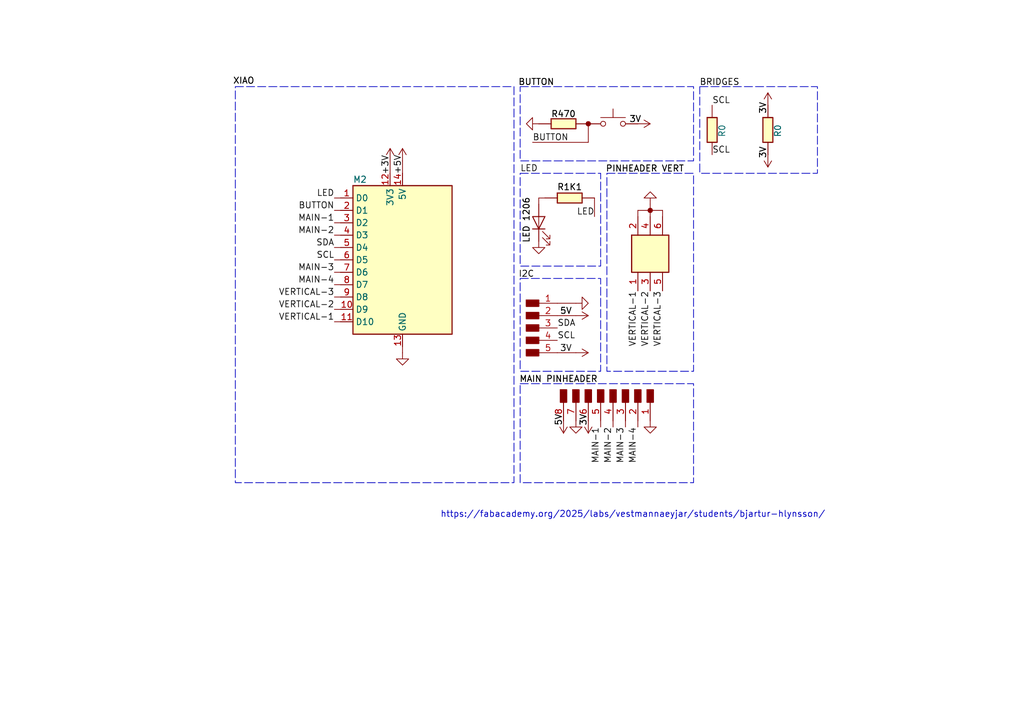
<source format=kicad_sch>
(kicad_sch (version 20250114) (generator "eeschema") (generator_version "9.0")
  (paper "A5")
  (title_block (title "The Puffling Board") (date "2025-03-04") (rev "Version 1.0") (company "Bjartur Leó Hlynsson"))
  (lib_symbols
    (symbol "fab:LED_1206" (pin_numbers (hide yes)) (pin_names (offset 1.016) (hide yes))
      (property "Reference" "D" (at 0 2.54 0))
      (property "Value" "LED_1206" (at 0 -2.54 0))
      (symbol "LED_1206_0_1"
        (polyline (pts (xy -3.048 -0.762) (xy -4.572 -2.286) (xy -3.81 -2.286) (xy -4.572 -2.286) (xy -4.572 -1.524)))
        (polyline (pts (xy -1.778 -0.762) (xy -3.302 -2.286) (xy -2.54 -2.286) (xy -3.302 -2.286) (xy -3.302 -1.524)))
        (polyline (pts (xy -1.27 0) (xy 1.27 0)))
        (polyline (pts (xy -1.27 -1.27) (xy -1.27 1.27)) (stroke (width 0.2032)))
        (polyline (pts (xy 1.27 -1.27) (xy 1.27 1.27) (xy -1.27 0) (xy 1.27 -1.27)) (stroke (width 0.2032)))
      )
      (symbol "LED_1206_1_1"
        (pin passive line (at -3.81 0 0) (length 2.54) (name "K") (number "1"))
        (pin passive line (at 3.81 0 180) (length 2.54) (name "A") (number "2"))
      )
    )
    (symbol "fab:Module_XIAO_Generic_SocketSMD"
      (property "Reference" "M" (at -10.16 16.51 0))
      (property "Value" "Module_XIAO_Generic_SocketSMD" (at 1.27 16.51 0))
      (symbol "Module_XIAO_Generic_SocketSMD_1_1"
        (rectangle (start -10.16 15.24) (end 10.16 -15.24) (stroke (width 0.254)) (fill (type background)))
        (pin bidirectional line (at -12.7 12.7 0) (length 2.54) (name "D0") (number "1"))
        (pin bidirectional line (at -12.7 10.16 0) (length 2.54) (name "D1") (number "2"))
        (pin bidirectional line (at -12.7 7.62 0) (length 2.54) (name "D2") (number "3"))
        (pin bidirectional line (at -12.7 5.08 0) (length 2.54) (name "D3") (number "4"))
        (pin bidirectional line (at -12.7 2.54 0) (length 2.54) (name "D4") (number "5"))
        (pin bidirectional line (at -12.7 0 0) (length 2.54) (name "D5") (number "6"))
        (pin bidirectional line (at -12.7 -2.54 0) (length 2.54) (name "D6") (number "7"))
        (pin bidirectional line (at -12.7 -5.08 0) (length 2.54) (name "D7") (number "8"))
        (pin bidirectional line (at -12.7 -7.62 0) (length 2.54) (name "D8") (number "9"))
        (pin bidirectional line (at -12.7 -10.16 0) (length 2.54) (name "D9") (number "10"))
        (pin bidirectional line (at -12.7 -12.7 0) (length 2.54) (name "D10") (number "11"))
        (pin power_in line (at -2.54 17.78 270) (length 2.54) (name "3V3") (number "12"))
        (pin power_in line (at 0 17.78 270) (length 2.54) (name "5V") (number "14"))
        (pin power_in line (at 0 -17.78 90) (length 2.54) (name "GND") (number "13"))
      )
    )
    (symbol "fab:PWR_3V3" (power) (pin_names (offset 0))
      (property "Value" "PWR_3V3" (at 0 3.556 0))
      (symbol "PWR_3V3_0_1"
        (polyline (pts (xy -0.762 1.27) (xy 0 2.54)))
        (polyline (pts (xy 0 2.54) (xy 0.762 1.27)))
        (polyline (pts (xy 0 0) (xy 0 2.54)))
      )
      (symbol "PWR_3V3_1_1"
        (pin power_in line (at 0 0 90) (length 0) (hide yes) (name "PWR_3V3") (number "1"))
      )
    )
    (symbol "fab:PWR_5V" (power) (pin_names (offset 0))
      (property "Value" "PWR_5V" (at 0 3.556 0))
      (symbol "PWR_5V_0_1"
        (polyline (pts (xy -0.762 1.27) (xy 0 2.54)))
        (polyline (pts (xy 0 2.54) (xy 0.762 1.27)))
        (polyline (pts (xy 0 0) (xy 0 2.54)))
      )
      (symbol "PWR_5V_1_1"
        (pin power_in line (at 0 0 90) (length 0) (hide yes) (name "PWR_5V") (number "1"))
      )
    )
    (symbol "fab:PWR_GND" (power) (pin_names (offset 0))
      (property "Value" "PWR_GND" (at 0 -3.81 0))
      (symbol "PWR_GND_0_1"
        (polyline (pts (xy 0 0) (xy 0 -1.27) (xy 1.27 -1.27) (xy 0 -2.54) (xy -1.27 -1.27) (xy 0 -1.27)))
      )
      (symbol "PWR_GND_1_1"
        (pin power_in line (at 0 0 270) (length 0) (hide yes) (name "PWR_GND") (number "1"))
      )
    )
    (symbol "fab:PinHeader_01x05_P2.54mm_Horizontal_SMD" (pin_names (hide yes))
      (property "Reference" "J" (at 0 7.62 0))
      (property "Value" "PinHeader_01x05_P2.54mm_Horizontal_SMD" (at 0 -7.62 0))
      (symbol "PinHeader_01x05_P2.54mm_Horizontal_SMD_1_1"
        (rectangle (start -1.27 5.715) (end 1.27 4.445) (stroke (width 0.254)) (fill (type outline)))
        (rectangle (start -1.27 3.175) (end 1.27 1.905) (stroke (width 0.254)) (fill (type outline)))
        (rectangle (start -1.27 0.635) (end 1.27 -0.635) (stroke (width 0.254)) (fill (type outline)))
        (rectangle (start -1.27 -1.905) (end 1.27 -3.175) (stroke (width 0.254)) (fill (type outline)))
        (rectangle (start -1.27 -4.445) (end 1.27 -5.715) (stroke (width 0.254)) (fill (type outline)))
        (pin passive line (at 5.08 5.08 180) (length 3.81) (name "Pin_1") (number "1"))
        (pin passive line (at 5.08 2.54 180) (length 3.81) (name "Pin_2") (number "2"))
        (pin passive line (at 5.08 0 180) (length 3.81) (name "Pin_3") (number "3"))
        (pin passive line (at 5.08 -2.54 180) (length 3.81) (name "Pin_4") (number "4"))
        (pin passive line (at 5.08 -5.08 180) (length 3.81) (name "Pin_5") (number "5"))
      )
    )
    (symbol "fab:PinHeader_01x08_P2.54mm_Horizontal_SMD" (pin_names (hide yes))
      (property "Reference" "J" (at 0 10.16 0))
      (property "Value" "PinHeader_01x08_P2.54mm_Horizontal_SMD" (at 0 -12.7 0))
      (symbol "PinHeader_01x08_P2.54mm_Horizontal_SMD_1_1"
        (rectangle (start -1.27 8.255) (end 1.27 6.985) (stroke (width 0.254)) (fill (type outline)))
        (rectangle (start -1.27 5.715) (end 1.27 4.445) (stroke (width 0.254)) (fill (type outline)))
        (rectangle (start -1.27 3.175) (end 1.27 1.905) (stroke (width 0.254)) (fill (type outline)))
        (rectangle (start -1.27 0.635) (end 1.27 -0.635) (stroke (width 0.254)) (fill (type outline)))
        (rectangle (start -1.27 -1.905) (end 1.27 -3.175) (stroke (width 0.254)) (fill (type outline)))
        (rectangle (start -1.27 -4.445) (end 1.27 -5.715) (stroke (width 0.254)) (fill (type outline)))
        (rectangle (start -1.27 -6.985) (end 1.27 -8.255) (stroke (width 0.254)) (fill (type outline)))
        (rectangle (start -1.27 -9.525) (end 1.27 -10.795) (stroke (width 0.254)) (fill (type outline)))
        (pin passive line (at 5.08 7.62 180) (length 3.81) (name "Pin_1") (number "1"))
        (pin passive line (at 5.08 5.08 180) (length 3.81) (name "Pin_2") (number "2"))
        (pin passive line (at 5.08 2.54 180) (length 3.81) (name "Pin_3") (number "3"))
        (pin passive line (at 5.08 0 180) (length 3.81) (name "Pin_4") (number "4"))
        (pin passive line (at 5.08 -2.54 180) (length 3.81) (name "Pin_5") (number "5"))
        (pin passive line (at 5.08 -5.08 180) (length 3.81) (name "Pin_6") (number "6"))
        (pin passive line (at 5.08 -7.62 180) (length 3.81) (name "Pin_7") (number "7"))
        (pin passive line (at 5.08 -10.16 180) (length 3.81) (name "Pin_8") (number "8"))
      )
    )
    (symbol "fab:PinHeader_02x03_P2.54mm_Vertical_SMD" (pin_names (hide yes))
      (property "Reference" "J" (at 0 5.08 0))
      (property "Value" "PinHeader_02x03_P2.54mm_Vertical_SMD" (at 0 -5.08 0))
      (symbol "PinHeader_02x03_P2.54mm_Vertical_SMD_1_1"
        (rectangle (start -3.81 3.81) (end 3.81 -3.81) (stroke (width 0.254)) (fill (type background)))
        (pin passive line (at -7.62 2.54 0) (length 3.81) (name "Pin_1") (number "1"))
        (pin passive line (at -7.62 0 0) (length 3.81) (name "Pin_3") (number "3"))
        (pin passive line (at -7.62 -2.54 0) (length 3.81) (name "Pin_5") (number "5"))
        (pin passive line (at 7.62 2.54 180) (length 3.81) (name "Pin_2") (number "2"))
        (pin passive line (at 7.62 0 180) (length 3.81) (name "Pin_4") (number "4"))
        (pin passive line (at 7.62 -2.54 180) (length 3.81) (name "Pin_6") (number "6"))
      )
    )
    (symbol "fab:R_1206" (pin_numbers (hide yes)) (pin_names (offset 0))
      (property "Reference" "R" (at 2.54 0 90))
      (property "Value" "R_1206" (at -2.54 0 90))
      (symbol "R_1206_0_1"
        (rectangle (start -1.016 -2.54) (end 1.016 2.54) (stroke (width 0.254)) (fill (type background)))
      )
      (symbol "R_1206_1_1"
        (pin passive line (at 0 5.08 270) (length 2.54) (name "~") (number "1"))
        (pin passive line (at 0 -5.08 90) (length 2.54) (name "~") (number "2"))
      )
    )
    (symbol "fab:Switch_Tactile_Omron" (pin_numbers (hide yes)) (pin_names (offset 1.016) (hide yes))
      (property "Reference" "SW" (at 1.27 2.54 0))
      (property "Value" "Switch_Tactile_Omron" (at 0 -1.524 0))
      (symbol "Switch_Tactile_Omron_0_1"
        (circle (center -2.032 0) (radius 0.508))
        (polyline (pts (xy 0 1.27) (xy 0 3.048)))
        (circle (center 2.032 0) (radius 0.508))
        (polyline (pts (xy 2.54 1.27) (xy -2.54 1.27)))
        (pin passive line (at -5.08 0 0) (length 2.54) (name "1") (number "1"))
        (pin passive line (at 5.08 0 180) (length 2.54) (name "2") (number "2"))
      )
    )
  )
  (rectangle (start 106.68 78.74) (end 142.24 99.06) (stroke (width 0) (type dash)))
  (rectangle (start 106.68 35.56) (end 123.19 54.61) (stroke (width 0) (type dash)))
  (rectangle (start 48.26 17.78) (end 105.41 99.06) (stroke (width 0) (type dash)))
  (rectangle (start 124.46 35.56) (end 142.24 76.2) (stroke (width 0) (type dash)))
  (rectangle (start 143.51 17.78) (end 167.64 35.56) (stroke (width 0) (type dash)))
  (rectangle (start 106.68 57.15) (end 123.19 76.2) (stroke (width 0) (type dash)))
  (rectangle (start 106.68 17.78) (end 142.24 33.02) (stroke (width 0) (type dash)))
  (text "+3V" (at 78.994 34.036 90) (effects (font (size 1.27 1.27))))
  (text "https://fabacademy.org/2025/labs/vestmannaeyjar/students/bjartur-hlynsson/" (at 129.794 105.664 0) (effects (font (size 1.27 1.27))))
  (text "+5V" (at 81.534 33.9685 90) (effects (font (size 1.27 1.27))))
  (text "BRIDGES\n\n" (at 147.574 18.034 0) (effects (font (size 1.27 1.27))))
  (junction (at 120.65 25.4) (color 132 0 0 1))
  (junction (at 133.35 43.18) (color 132 0 0 1))
  (wire (pts (xy 128.27 87.63) (xy 128.27 86.36)) (stroke (width 0) (color 132 0 0 1)))
  (wire (pts (xy 135.89 44.45) (xy 135.89 43.18)) (stroke (width 0) (color 132 0 0 1)))
  (wire (pts (xy 109.22 29.21) (xy 120.65 29.21)) (stroke (width 0) (color 132 0 0 1)))
  (wire (pts (xy 130.81 43.18) (xy 133.35 43.18)) (stroke (width 0) (color 132 0 0 1)))
  (wire (pts (xy 68.58 58.42) (xy 69.85 58.42)) (stroke (width 0) (color 132 0 0 1)))
  (wire (pts (xy 68.58 40.64) (xy 69.85 40.64)) (stroke (width 0) (color 132 0 0 1)))
  (wire (pts (xy 68.58 50.8) (xy 69.85 50.8)) (stroke (width 0) (color 132 0 0 1)))
  (wire (pts (xy 68.58 63.5) (xy 69.85 63.5)) (stroke (width 0) (color 132 0 0 1)))
  (wire (pts (xy 130.81 87.63) (xy 130.81 86.36)) (stroke (width 0) (color 132 0 0 1)))
  (wire (pts (xy 68.58 45.72) (xy 69.85 45.72)) (stroke (width 0) (color 132 0 0 1)))
  (wire (pts (xy 110.49 40.64) (xy 111.76 40.64)) (stroke (width 0) (color 132 0 0 1)))
  (wire (pts (xy 133.35 43.18) (xy 133.35 44.45)) (stroke (width 0) (color 132 0 0 1)))
  (wire (pts (xy 133.35 41.91) (xy 133.35 43.18)) (stroke (width 0) (color 132 0 0 1)))
  (wire (pts (xy 120.65 25.4) (xy 120.65 29.21)) (stroke (width 0) (color 132 0 0 1)))
  (wire (pts (xy 121.92 44.45) (xy 121.92 40.64)) (stroke (width 0) (color 132 0 0 1)))
  (wire (pts (xy 114.3 72.39) (xy 118.11 72.39)) (stroke (width 0) (color 132 0 0 1)))
  (wire (pts (xy 135.89 43.18) (xy 133.35 43.18)) (stroke (width 0) (color 132 0 0 1)))
  (wire (pts (xy 68.58 60.96) (xy 69.85 60.96)) (stroke (width 0) (color 132 0 0 1)))
  (wire (pts (xy 68.58 66.04) (xy 69.85 66.04)) (stroke (width 0) (color 132 0 0 1)))
  (wire (pts (xy 130.81 44.45) (xy 130.81 43.18)) (stroke (width 0) (color 132 0 0 1)))
  (wire (pts (xy 80.01 33.02) (xy 80.01 35.56)) (stroke (width 0) (color 132 0 0 1)))
  (wire (pts (xy 125.73 87.63) (xy 125.73 86.36)) (stroke (width 0) (color 132 0 0 1)))
  (wire (pts (xy 68.58 48.26) (xy 69.85 48.26)) (stroke (width 0) (color 132 0 0 1)))
  (wire (pts (xy 114.3 62.23) (xy 118.11 62.23)) (stroke (width 0) (color 132 0 0 1)))
  (wire (pts (xy 68.58 53.34) (xy 69.85 53.34)) (stroke (width 0) (color 132 0 0 1)))
  (wire (pts (xy 123.19 87.63) (xy 123.19 86.36)) (stroke (width 0) (color 132 0 0 1)))
  (wire (pts (xy 68.58 55.88) (xy 69.85 55.88)) (stroke (width 0) (color 132 0 0 1)))
  (wire (pts (xy 82.55 71.12) (xy 82.55 72.39)) (stroke (width 0) (color 132 0 0 1)))
  (wire (pts (xy 118.11 64.77) (xy 114.3 64.77)) (stroke (width 0) (color 132 0 0 1)))
  (wire (pts (xy 110.49 41.91) (xy 110.49 40.64)) (stroke (width 0) (color 132 0 0 1)))
  (wire (pts (xy 68.58 43.18) (xy 69.85 43.18)) (stroke (width 0) (color 132 0 0 1)))
  (wire (pts (xy 82.55 33.02) (xy 82.55 35.56)) (stroke (width 0) (color 132 0 0 1)))
  (label "LED" (at 106.68 35.56 0))
  (label "MAIN-1" (at 68.58 45.72 180))
  (label "BUTTON" (at 109.22 29.21 0))
  (label "SDA" (at 114.3 67.31 0))
  (label "VERTICAL-2" (at 133.35 59.69 270))
  (label "MAIN-4" (at 68.58 58.42 180))
  (label "SCL" (at 114.3 69.85 0))
  (label "MAIN-2" (at 125.73 87.63 270))
  (label "VERTICAL-3" (at 135.89 59.69 270))
  (label "MAIN-1" (at 123.19 87.63 270))
  (label "SCL" (at 146.05 31.75 0))
  (label "SCL" (at 146.05 21.59 0))
  (label "MAIN-4" (at 130.81 87.63 270))
  (label "SCL" (at 68.58 53.34 180))
  (label "MAIN-3" (at 68.58 55.88 180))
  (label "VERTICAL-2" (at 68.58 63.5 180))
  (label "LED" (at 68.58 40.64 180))
  (label "BUTTON" (at 68.58 43.18 180))
  (label "VERTICAL-1" (at 130.81 59.69 270))
  (label "MAIN-2" (at 68.58 48.26 180))
  (label "LED" (at 121.92 44.45 180))
  (label "SDA" (at 68.58 50.8 180))
  (label "VERTICAL-1" (at 68.58 66.04 180))
  (label "MAIN-3" (at 128.27 87.63 270))
  (label "VERTICAL-3" (at 68.58 60.96 180))
  (symbol (lib_id "fab:PWR_GND") (at 133.35 86.36 0) (unit 1)
    (property "Reference" "#PWR013" (effects (hide yes)))
    (property "Value" "PWR_GND" (effects (hide yes)))
    (property "Description" "Power symbol creates a global label with name \"GND\" , ground" (effects (hide yes)))
  )
  (symbol (lib_id "fab:PWR_GND") (at 110.49 25.4 270) (unit 1)
    (property "Reference" "#PWR06" (effects (hide yes)))
    (property "Value" "PWR_GND" (effects (hide yes)))
    (property "Description" "Power symbol creates a global label with name \"GND\" , ground" (effects (hide yes)))
  )
  (symbol (lib_id "fab:PWR_GND") (at 82.55 72.39 0) (unit 1)
    (property "Reference" "#PWR02" (effects (hide yes)))
    (property "Value" "PWR_GND" (effects (hide yes)))
    (property "Description" "Power symbol creates a global label with name \"GND\" , ground" (effects (hide yes)))
  )
  (symbol (lib_id "fab:R_1206") (at 157.48 26.67 0) (unit 1)
    (property "Reference" "R4" (effects (hide yes)))
    (property "Value" "R0" (at 159.512 28.194 90) (effects (justify left)))
    (property "Footprint" "fab:R_1206" (effects (hide yes)))
    (property "Description" "Resistor" (effects (hide yes)))
  )
  (symbol (lib_id "fab:PWR_3V3") (at 157.48 21.59 0) (unit 1)
    (property "Reference" "#PWR017" (effects (hide yes)))
    (property "Value" "3V" (at 156.464 23.368 90) (effects (justify left)))
    (property "Description" "Power symbol creates a global label with name \"+3V3\"" (effects (hide yes)))
  )
  (symbol (lib_id "fab:PWR_5V") (at 118.11 64.77 270) (unit 1)
    (property "Reference" "#PWR08" (effects (hide yes)))
    (property "Value" "5V" (at 114.808 63.754 90) (effects (justify left)))
    (property "Description" "Power symbol creates a global label with name \"+5V\"" (effects (hide yes)))
  )
  (symbol (lib_id "fab:PWR_GND") (at 118.11 62.23 90) (unit 1)
    (property "Reference" "#PWR011" (effects (hide yes)))
    (property "Value" "PWR_GND" (effects (hide yes)))
    (property "Description" "Power symbol creates a global label with name \"GND\" , ground" (effects (hide yes)))
  )
  (symbol (lib_id "fab:PinHeader_01x08_P2.54mm_Horizontal_SMD") (at 125.73 81.28 270) (unit 1)
    (property "Reference" "J2" (effects (hide yes)))
    (property "Value" "MAIN PINHEADER" (at 114.554 77.724 90))
    (property "Footprint" "fab:PinHeader_01x08_P2.54mm_Horizontal_SMD" (effects (hide yes)))
    (property "Description" "Male connector, single row" (effects (hide yes)))
  )
  (symbol (lib_id "fab:PWR_3V3") (at 80.01 33.02 0) (unit 1)
    (property "Reference" "#PWR04" (effects (hide yes)))
    (property "Value" "3V" (effects (hide yes)))
    (property "Description" "Power symbol creates a global label with name \"+3V3\"" (effects (hide yes)))
  )
  (symbol (lib_id "fab:PWR_3V3") (at 120.65 86.36 180) (unit 1)
    (property "Reference" "#PWR012" (effects (hide yes)))
    (property "Value" "3V" (at 119.634 86.106 90))
    (property "Description" "Power symbol creates a global label with name \"+3V3\"" (effects (hide yes)))
  )
  (symbol (lib_id "fab:PWR_3V3") (at 157.48 31.75 180) (unit 1)
    (property "Reference" "#PWR018" (effects (hide yes)))
    (property "Value" "3V" (at 156.464 29.972 90) (effects (justify left)))
    (property "Description" "Power symbol creates a global label with name \"+3V3\"" (effects (hide yes)))
  )
  (symbol (lib_id "fab:PWR_GND") (at 110.49 49.53 0) (unit 1)
    (property "Reference" "#PWR03" (effects (hide yes)))
    (property "Value" "PWR_GND" (effects (hide yes)))
    (property "Description" "Power symbol creates a global label with name \"GND\" , ground" (effects (hide yes)))
  )
  (symbol (lib_id "fab:R_1206") (at 116.84 40.64 90) (unit 1)
    (property "Reference" "R2" (effects (hide yes)))
    (property "Value" "R1K1" (at 116.84 38.354 90))
    (property "Footprint" "fab:R_1206" (effects (hide yes)))
    (property "Description" "Resistor" (effects (hide yes)))
  )
  (symbol (lib_id "fab:R_1206") (at 115.57 25.4 90) (unit 1)
    (property "Reference" "R1" (effects (hide yes)))
    (property "Value" "R470" (at 115.57 23.368 90))
    (property "Footprint" "fab:R_1206" (effects (hide yes)))
    (property "Description" "Resistor" (effects (hide yes)))
  )
  (symbol (lib_id "fab:Switch_Tactile_Omron") (at 125.73 25.4 0) (unit 1)
    (property "Reference" "SW1" (effects (hide yes)))
    (property "Value" "BUTTON" (at 109.982 16.764 0))
    (property "Footprint" "fab:Button_Omron_B3SN_6.0x6.0mm" (effects (hide yes)))
    (property "Datasheet" "https://omronfs.omron.com/en_US/ecb/products/pdf/en-b3sn.pdf" (effects (hide yes)))
    (property "Description" "Push button switch, Omron, B3SN, Sealed Tactile Switch (SMT), SPST-NO Top Actuated Surface Mount" (effects (hide yes)))
  )
  (symbol (lib_id "fab:PWR_3V3") (at 130.81 25.4 270) (unit 1)
    (property "Reference" "#PWR07" (effects (hide yes)))
    (property "Value" "3V" (at 129.032 24.384 90) (effects (justify left)))
    (property "Description" "Power symbol creates a global label with name \"+3V3\"" (effects (hide yes)))
  )
  (symbol (lib_id "fab:PWR_5V") (at 115.57 86.36 180) (unit 1)
    (property "Reference" "#PWR015" (effects (hide yes)))
    (property "Value" "5V" (at 114.554 86.106 90))
    (property "Description" "Power symbol creates a global label with name \"+5V\"" (effects (hide yes)))
  )
  (symbol (lib_id "fab:R_1206") (at 146.05 26.67 0) (unit 1)
    (property "Reference" "R3" (effects (hide yes)))
    (property "Value" "R0" (at 148.082 28.194 90) (effects (justify left)))
    (property "Footprint" "fab:R_1206" (effects (hide yes)))
    (property "Description" "Resistor" (effects (hide yes)))
  )
  (symbol (lib_id "fab:PWR_GND") (at 118.11 86.36 0) (unit 1)
    (property "Reference" "#PWR010" (effects (hide yes)))
    (property "Value" "PWR_GND" (effects (hide yes)))
    (property "Description" "Power symbol creates a global label with name \"GND\" , ground" (effects (hide yes)))
  )
  (symbol (lib_id "fab:LED_1206") (at 110.49 45.72 90) (unit 1)
    (property "Reference" "D1" (effects (hide yes)))
    (property "Value" "LED 1206" (at 107.95 40.386 0) (effects (justify right)))
    (property "Footprint" "fab:LED_1206" (effects (hide yes)))
    (property "Datasheet" "https://optoelectronics.liteon.com/upload/download/DS-22-98-0002/LTST-C150CKT.pdf" (effects (hide yes)))
    (property "Description" "Light emitting diode, Lite-On Inc. LTST, SMD" (effects (hide yes)))
  )
  (symbol (lib_id "fab:PinHeader_01x05_P2.54mm_Horizontal_SMD") (at 109.22 67.31 0) (unit 1)
    (property "Reference" "J3" (effects (hide yes)))
    (property "Value" "I2C" (at 107.95 56.134 0))
    (property "Footprint" "fab:PinHeader_01x05_P2.54mm_Horizontal_SMD" (effects (hide yes)))
    (property "Description" "Male connector, single row" (effects (hide yes)))
  )
  (symbol (lib_id "fab:PWR_5V") (at 82.55 33.02 0) (unit 1)
    (property "Reference" "#PWR014" (effects (hide yes)))
    (property "Value" "5V" (effects (hide yes)))
    (property "Description" "Power symbol creates a global label with name \"+5V\"" (effects (hide yes)))
  )
  (symbol (lib_id "fab:PinHeader_02x03_P2.54mm_Vertical_SMD") (at 133.35 52.07 90) (unit 1)
    (property "Reference" "J4" (effects (hide yes)))
    (property "Value" "PINHEADER VERT" (at 124.206 34.544 90) (effects (justify right)))
    (property "Footprint" "fab:PinHeader_02x03_P2.54mm_Vertical_SMD" (effects (hide yes)))
    (property "Datasheet" "https://cdn.amphenol-icc.com/media/wysiwyg/files/drawing/95278.pdf" (effects (hide yes)))
    (property "Description" "Connector Header Surface Mount 6 position 0.100\" (2.54mm)" (effects (hide yes)))
  )
  (symbol (lib_id "fab:Module_XIAO_Generic_SocketSMD") (at 82.55 53.34 0) (unit 1)
    (property "Reference" "M2" (at 72.39 36.83 0) (effects (justify left)))
    (property "Value" "XIAO" (at 47.752 16.51 0) (effects (justify left)))
    (property "Footprint" "fab:Module_XIAO_Generic_SocketSMD" (effects (hide yes)))
    (property "Datasheet" "https://wiki.seeedstudio.com/xiao_topic_page/" (effects (hide yes)))
    (property "Description" "The Seeed Studio XIAO series, named after the Chinese word for \"small,\" comprises tiny development boards based on various hardware platforms of ESP32, SAMD21, RP2040, nRF52840, RP2350 and RA4M1, MG24" (effects (hide yes)))
  )
  (symbol (lib_id "fab:PWR_3V3") (at 118.11 72.39 270) (unit 1)
    (property "Reference" "#PWR01" (effects (hide yes)))
    (property "Value" "3V" (at 114.808 71.374 90) (effects (justify left)))
    (property "Description" "Power symbol creates a global label with name \"+3V3\"" (effects (hide yes)))
  )
  (symbol (lib_id "fab:PWR_GND") (at 133.35 41.91 180) (unit 1)
    (property "Reference" "#PWR09" (effects (hide yes)))
    (property "Value" "PWR_GND" (effects (hide yes)))
    (property "Description" "Power symbol creates a global label with name \"GND\" , ground" (effects (hide yes)))
  )
)
</source>
